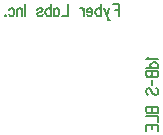
<source format=gbo>
G04 DipTrace 2.4.0.2*
%IN1dB-SBLE.gbo*%
%MOIN*%
%ADD70C,0.0062*%
%FSLAX44Y44*%
G04*
G70*
G90*
G75*
G01*
%LNBotSilk*%
%LPD*%
X10298Y9810D2*
D70*
X10497D1*
Y9408D1*
Y9619D2*
X10374D1*
X10183Y9676D2*
X10092Y9408D1*
X10122Y9332D1*
X10153Y9293D1*
X10183Y9274D1*
X10199D1*
X10000Y9676D2*
X10092Y9408D1*
X9901Y9810D2*
Y9408D1*
Y9619D2*
X9870Y9657D1*
X9840Y9676D1*
X9794D1*
X9763Y9657D1*
X9733Y9619D1*
X9717Y9561D1*
Y9523D1*
X9733Y9466D1*
X9763Y9428D1*
X9794Y9408D1*
X9840D1*
X9870Y9428D1*
X9901Y9466D1*
X9619Y9561D2*
X9435D1*
Y9600D1*
X9450Y9638D1*
X9465Y9657D1*
X9496Y9676D1*
X9542D1*
X9573Y9657D1*
X9603Y9619D1*
X9619Y9561D1*
Y9523D1*
X9603Y9466D1*
X9573Y9428D1*
X9542Y9408D1*
X9496D1*
X9465Y9428D1*
X9435Y9466D1*
X9336Y9676D2*
Y9408D1*
Y9561D2*
X9321Y9619D1*
X9290Y9657D1*
X9259Y9676D1*
X9213D1*
X8804Y9810D2*
Y9408D1*
X8620D1*
X8338Y9676D2*
Y9408D1*
Y9619D2*
X8368Y9657D1*
X8399Y9676D1*
X8444D1*
X8475Y9657D1*
X8506Y9619D1*
X8521Y9561D1*
Y9523D1*
X8506Y9466D1*
X8475Y9428D1*
X8444Y9408D1*
X8399D1*
X8368Y9428D1*
X8338Y9466D1*
X8239Y9810D2*
Y9408D1*
Y9619D2*
X8208Y9657D1*
X8178Y9676D1*
X8132D1*
X8101Y9657D1*
X8070Y9619D1*
X8055Y9561D1*
Y9523D1*
X8070Y9466D1*
X8101Y9428D1*
X8132Y9408D1*
X8178D1*
X8208Y9428D1*
X8239Y9466D1*
X7788Y9619D2*
X7803Y9657D1*
X7849Y9676D1*
X7895D1*
X7941Y9657D1*
X7956Y9619D1*
X7941Y9581D1*
X7910Y9561D1*
X7834Y9542D1*
X7803Y9523D1*
X7788Y9485D1*
Y9466D1*
X7803Y9428D1*
X7849Y9408D1*
X7895D1*
X7941Y9428D1*
X7956Y9466D1*
X7378Y9810D2*
Y9408D1*
X7279Y9676D2*
Y9408D1*
Y9600D2*
X7233Y9657D1*
X7203Y9676D1*
X7157D1*
X7126Y9657D1*
X7111Y9600D1*
Y9408D1*
X6828Y9619D2*
X6859Y9657D1*
X6890Y9676D1*
X6935D1*
X6966Y9657D1*
X6997Y9619D1*
X7012Y9561D1*
Y9523D1*
X6997Y9466D1*
X6966Y9428D1*
X6935Y9408D1*
X6890D1*
X6859Y9428D1*
X6828Y9466D1*
X6714Y9447D2*
X6729Y9427D1*
X6714Y9408D1*
X6699Y9427D1*
X6714Y9447D1*
X11487Y8052D2*
X11467Y8021D1*
X11410Y7975D1*
X11812D1*
X11410Y7693D2*
X11812D1*
X11601D2*
X11563Y7723D1*
X11544Y7754D1*
Y7800D1*
X11563Y7830D1*
X11601Y7861D1*
X11659Y7876D1*
X11697D1*
X11754Y7861D1*
X11792Y7830D1*
X11812Y7800D1*
Y7754D1*
X11792Y7723D1*
X11754Y7693D1*
X11410Y7594D2*
X11812D1*
Y7456D1*
X11792Y7410D1*
X11773Y7395D1*
X11735Y7380D1*
X11678D1*
X11639Y7395D1*
X11620Y7410D1*
X11601Y7456D1*
X11582Y7410D1*
X11563Y7395D1*
X11525Y7380D1*
X11486D1*
X11448Y7395D1*
X11429Y7410D1*
X11410Y7456D1*
Y7594D1*
X11601D2*
Y7456D1*
X11611Y7281D2*
Y7104D1*
X11467Y6791D2*
X11429Y6821D1*
X11410Y6867D1*
Y6928D1*
X11429Y6974D1*
X11467Y7005D1*
X11505D1*
X11544Y6990D1*
X11563Y6974D1*
X11582Y6944D1*
X11620Y6852D1*
X11639Y6821D1*
X11659Y6806D1*
X11697Y6791D1*
X11754D1*
X11792Y6821D1*
X11812Y6867D1*
Y6928D1*
X11792Y6974D1*
X11754Y7005D1*
X11410Y6381D2*
X11812D1*
Y6243D1*
X11792Y6197D1*
X11773Y6182D1*
X11735Y6167D1*
X11678D1*
X11639Y6182D1*
X11620Y6197D1*
X11601Y6243D1*
X11582Y6197D1*
X11563Y6182D1*
X11525Y6167D1*
X11486D1*
X11448Y6182D1*
X11429Y6197D1*
X11410Y6243D1*
Y6381D1*
X11601D2*
Y6243D1*
X11410Y6068D2*
X11812D1*
Y5884D1*
X11410Y5587D2*
Y5785D1*
X11812D1*
Y5587D1*
X11601Y5785D2*
Y5663D1*
M02*

</source>
